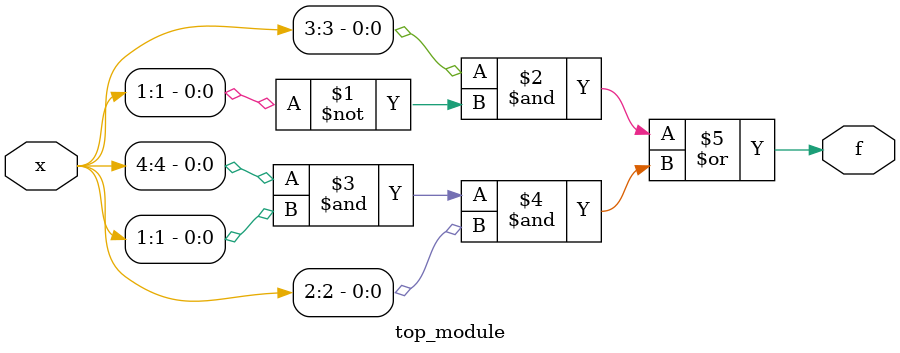
<source format=v>
module top_module (
    input [4:1] x, 
    output f );

    assign f = (x[3] & ~x[1]) | (x[4] & x[1] & x[2]); // sop
    
endmodule

</source>
